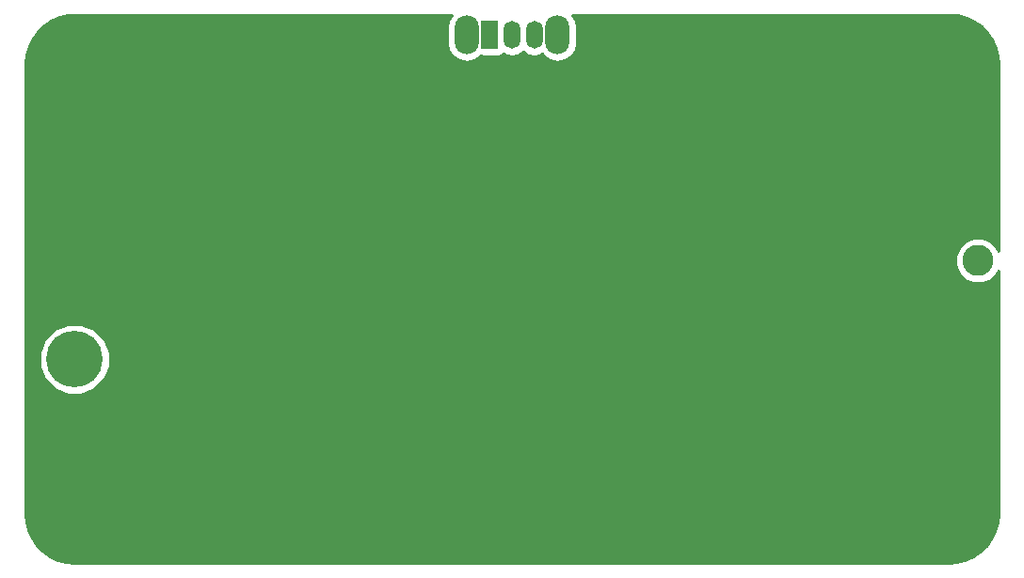
<source format=gbr>
G04 #@! TF.GenerationSoftware,KiCad,Pcbnew,(5.0.2)-1*
G04 #@! TF.CreationDate,2019-07-27T15:32:46-05:00*
G04 #@! TF.ProjectId,BusinessCards,42757369-6e65-4737-9343-617264732e6b,rev?*
G04 #@! TF.SameCoordinates,Original*
G04 #@! TF.FileFunction,Copper,L1,Top*
G04 #@! TF.FilePolarity,Positive*
%FSLAX46Y46*%
G04 Gerber Fmt 4.6, Leading zero omitted, Abs format (unit mm)*
G04 Created by KiCad (PCBNEW (5.0.2)-1) date 7/27/2019 3:32:46 PM*
%MOMM*%
%LPD*%
G01*
G04 APERTURE LIST*
G04 #@! TA.AperFunction,ComponentPad*
%ADD10C,2.800000*%
G04 #@! TD*
G04 #@! TA.AperFunction,ComponentPad*
%ADD11C,5.080000*%
G04 #@! TD*
G04 #@! TA.AperFunction,ComponentPad*
%ADD12C,4.000000*%
G04 #@! TD*
G04 #@! TA.AperFunction,ComponentPad*
%ADD13O,2.200000X3.500000*%
G04 #@! TD*
G04 #@! TA.AperFunction,ComponentPad*
%ADD14O,1.500000X2.500000*%
G04 #@! TD*
G04 #@! TA.AperFunction,ComponentPad*
%ADD15R,1.500000X2.500000*%
G04 #@! TD*
G04 #@! TA.AperFunction,ViaPad*
%ADD16C,0.800000*%
G04 #@! TD*
G04 #@! TA.AperFunction,Conductor*
%ADD17C,0.254000*%
G04 #@! TD*
G04 APERTURE END LIST*
D10*
G04 #@! TO.P,REF\002A\002A,1*
G04 #@! TO.N,GND*
X187960000Y-78740000D03*
G04 #@! TD*
D11*
G04 #@! TO.P,BT1,1*
G04 #@! TO.N,+9V*
X106680000Y-82550000D03*
G04 #@! TO.P,BT1,2*
G04 #@! TO.N,GND*
X106680000Y-69850000D03*
G04 #@! TD*
D12*
G04 #@! TO.P,Conn1,5*
G04 #@! TO.N,GND*
X185420000Y-69630000D03*
X185420000Y-82770000D03*
G04 #@! TD*
D13*
G04 #@! TO.P,SW1,*
G04 #@! TO.N,*
X150150000Y-53340000D03*
X141950000Y-53340000D03*
D14*
G04 #@! TO.P,SW1,3*
G04 #@! TO.N,Net-(C1-Pad1)*
X148050000Y-53340000D03*
G04 #@! TO.P,SW1,2*
G04 #@! TO.N,+9V*
X146050000Y-53340000D03*
D15*
G04 #@! TO.P,SW1,1*
G04 #@! TO.N,Net-(SW1-Pad1)*
X144050000Y-53340000D03*
G04 #@! TD*
D10*
G04 #@! TO.P,REF\002A\002A,1*
G04 #@! TO.N,+5V*
X187960000Y-73660000D03*
G04 #@! TD*
D16*
G04 #@! TO.N,GND*
X176784000Y-76200000D03*
G04 #@! TD*
D17*
G04 #@! TO.N,GND*
G36*
X140315666Y-52013038D02*
X140215000Y-52519121D01*
X140215000Y-54160880D01*
X140315667Y-54666963D01*
X140699136Y-55240865D01*
X141273038Y-55624334D01*
X141950000Y-55758990D01*
X142626963Y-55624334D01*
X143200865Y-55240865D01*
X143214515Y-55220436D01*
X143300000Y-55237440D01*
X144800000Y-55237440D01*
X145047765Y-55188157D01*
X145257809Y-55047809D01*
X145290796Y-54998440D01*
X145509601Y-55144641D01*
X146050000Y-55252133D01*
X146590400Y-55144641D01*
X147048529Y-54838529D01*
X147050000Y-54836327D01*
X147051472Y-54838529D01*
X147509601Y-55144641D01*
X148050000Y-55252133D01*
X148590400Y-55144641D01*
X148759392Y-55031724D01*
X148899136Y-55240865D01*
X149473038Y-55624334D01*
X150150000Y-55758990D01*
X150826963Y-55624334D01*
X151400865Y-55240865D01*
X151784334Y-54666963D01*
X151885000Y-54160880D01*
X151885000Y-52519120D01*
X151784334Y-52013037D01*
X151448215Y-51510000D01*
X185388382Y-51510000D01*
X186193358Y-51581842D01*
X186942277Y-51786723D01*
X187643072Y-52120986D01*
X188273605Y-52574069D01*
X188813934Y-53131645D01*
X189246989Y-53776099D01*
X189559073Y-54487044D01*
X189741640Y-55247493D01*
X189790000Y-55906031D01*
X189790000Y-72760300D01*
X189685190Y-72507265D01*
X189112735Y-71934810D01*
X188364787Y-71625000D01*
X187555213Y-71625000D01*
X186807265Y-71934810D01*
X186234810Y-72507265D01*
X185925000Y-73255213D01*
X185925000Y-74064787D01*
X186234810Y-74812735D01*
X186807265Y-75385190D01*
X187555213Y-75695000D01*
X188364787Y-75695000D01*
X189112735Y-75385190D01*
X189685190Y-74812735D01*
X189790000Y-74559700D01*
X189790001Y-96488371D01*
X189718158Y-97293359D01*
X189513277Y-98042277D01*
X189179013Y-98743075D01*
X188725931Y-99373605D01*
X188168354Y-99913935D01*
X187523901Y-100346989D01*
X186812956Y-100659073D01*
X186052506Y-100841640D01*
X185393968Y-100890000D01*
X106711618Y-100890000D01*
X105906641Y-100818158D01*
X105157723Y-100613277D01*
X104456925Y-100279013D01*
X103826395Y-99825931D01*
X103286065Y-99268354D01*
X102853011Y-98623901D01*
X102540927Y-97912956D01*
X102358360Y-97152506D01*
X102310000Y-96493968D01*
X102310000Y-81918453D01*
X103505000Y-81918453D01*
X103505000Y-83181547D01*
X103988365Y-84348493D01*
X104881507Y-85241635D01*
X106048453Y-85725000D01*
X107311547Y-85725000D01*
X108478493Y-85241635D01*
X109371635Y-84348493D01*
X109855000Y-83181547D01*
X109855000Y-81918453D01*
X109371635Y-80751507D01*
X108478493Y-79858365D01*
X107311547Y-79375000D01*
X106048453Y-79375000D01*
X104881507Y-79858365D01*
X103988365Y-80751507D01*
X103505000Y-81918453D01*
X102310000Y-81918453D01*
X102310000Y-55911618D01*
X102381842Y-55106642D01*
X102586723Y-54357723D01*
X102920986Y-53656928D01*
X103374069Y-53026395D01*
X103931645Y-52486066D01*
X104576099Y-52053011D01*
X105287044Y-51740927D01*
X106047493Y-51558360D01*
X106706031Y-51510000D01*
X140651785Y-51510000D01*
X140315666Y-52013038D01*
X140315666Y-52013038D01*
G37*
X140315666Y-52013038D02*
X140215000Y-52519121D01*
X140215000Y-54160880D01*
X140315667Y-54666963D01*
X140699136Y-55240865D01*
X141273038Y-55624334D01*
X141950000Y-55758990D01*
X142626963Y-55624334D01*
X143200865Y-55240865D01*
X143214515Y-55220436D01*
X143300000Y-55237440D01*
X144800000Y-55237440D01*
X145047765Y-55188157D01*
X145257809Y-55047809D01*
X145290796Y-54998440D01*
X145509601Y-55144641D01*
X146050000Y-55252133D01*
X146590400Y-55144641D01*
X147048529Y-54838529D01*
X147050000Y-54836327D01*
X147051472Y-54838529D01*
X147509601Y-55144641D01*
X148050000Y-55252133D01*
X148590400Y-55144641D01*
X148759392Y-55031724D01*
X148899136Y-55240865D01*
X149473038Y-55624334D01*
X150150000Y-55758990D01*
X150826963Y-55624334D01*
X151400865Y-55240865D01*
X151784334Y-54666963D01*
X151885000Y-54160880D01*
X151885000Y-52519120D01*
X151784334Y-52013037D01*
X151448215Y-51510000D01*
X185388382Y-51510000D01*
X186193358Y-51581842D01*
X186942277Y-51786723D01*
X187643072Y-52120986D01*
X188273605Y-52574069D01*
X188813934Y-53131645D01*
X189246989Y-53776099D01*
X189559073Y-54487044D01*
X189741640Y-55247493D01*
X189790000Y-55906031D01*
X189790000Y-72760300D01*
X189685190Y-72507265D01*
X189112735Y-71934810D01*
X188364787Y-71625000D01*
X187555213Y-71625000D01*
X186807265Y-71934810D01*
X186234810Y-72507265D01*
X185925000Y-73255213D01*
X185925000Y-74064787D01*
X186234810Y-74812735D01*
X186807265Y-75385190D01*
X187555213Y-75695000D01*
X188364787Y-75695000D01*
X189112735Y-75385190D01*
X189685190Y-74812735D01*
X189790000Y-74559700D01*
X189790001Y-96488371D01*
X189718158Y-97293359D01*
X189513277Y-98042277D01*
X189179013Y-98743075D01*
X188725931Y-99373605D01*
X188168354Y-99913935D01*
X187523901Y-100346989D01*
X186812956Y-100659073D01*
X186052506Y-100841640D01*
X185393968Y-100890000D01*
X106711618Y-100890000D01*
X105906641Y-100818158D01*
X105157723Y-100613277D01*
X104456925Y-100279013D01*
X103826395Y-99825931D01*
X103286065Y-99268354D01*
X102853011Y-98623901D01*
X102540927Y-97912956D01*
X102358360Y-97152506D01*
X102310000Y-96493968D01*
X102310000Y-81918453D01*
X103505000Y-81918453D01*
X103505000Y-83181547D01*
X103988365Y-84348493D01*
X104881507Y-85241635D01*
X106048453Y-85725000D01*
X107311547Y-85725000D01*
X108478493Y-85241635D01*
X109371635Y-84348493D01*
X109855000Y-83181547D01*
X109855000Y-81918453D01*
X109371635Y-80751507D01*
X108478493Y-79858365D01*
X107311547Y-79375000D01*
X106048453Y-79375000D01*
X104881507Y-79858365D01*
X103988365Y-80751507D01*
X103505000Y-81918453D01*
X102310000Y-81918453D01*
X102310000Y-55911618D01*
X102381842Y-55106642D01*
X102586723Y-54357723D01*
X102920986Y-53656928D01*
X103374069Y-53026395D01*
X103931645Y-52486066D01*
X104576099Y-52053011D01*
X105287044Y-51740927D01*
X106047493Y-51558360D01*
X106706031Y-51510000D01*
X140651785Y-51510000D01*
X140315666Y-52013038D01*
G04 #@! TD*
M02*

</source>
